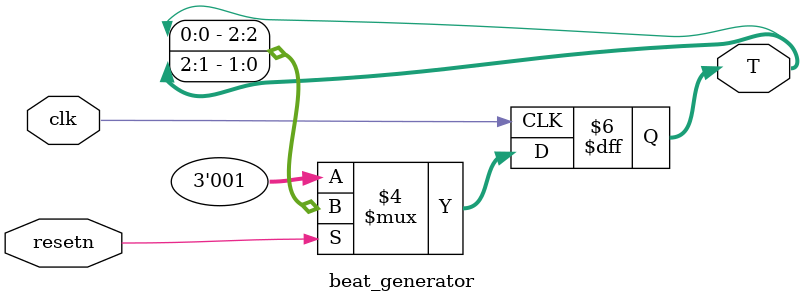
<source format=v>
module beat_generator (
    input wire clk,  // 时钟信号
    input wire resetn,  // 低有效复位信号
    output reg [2:0] T  // 节拍输出
);
  // 时钟上升沿触发
  always @(posedge clk) begin
    if (!resetn) begin  // 复位时
      T <= 3'b001;  // 重置为3'b001
    end else begin
      T <= {T[0], T[2:1]};  // 循环右移
    end
  end
endmodule

</source>
